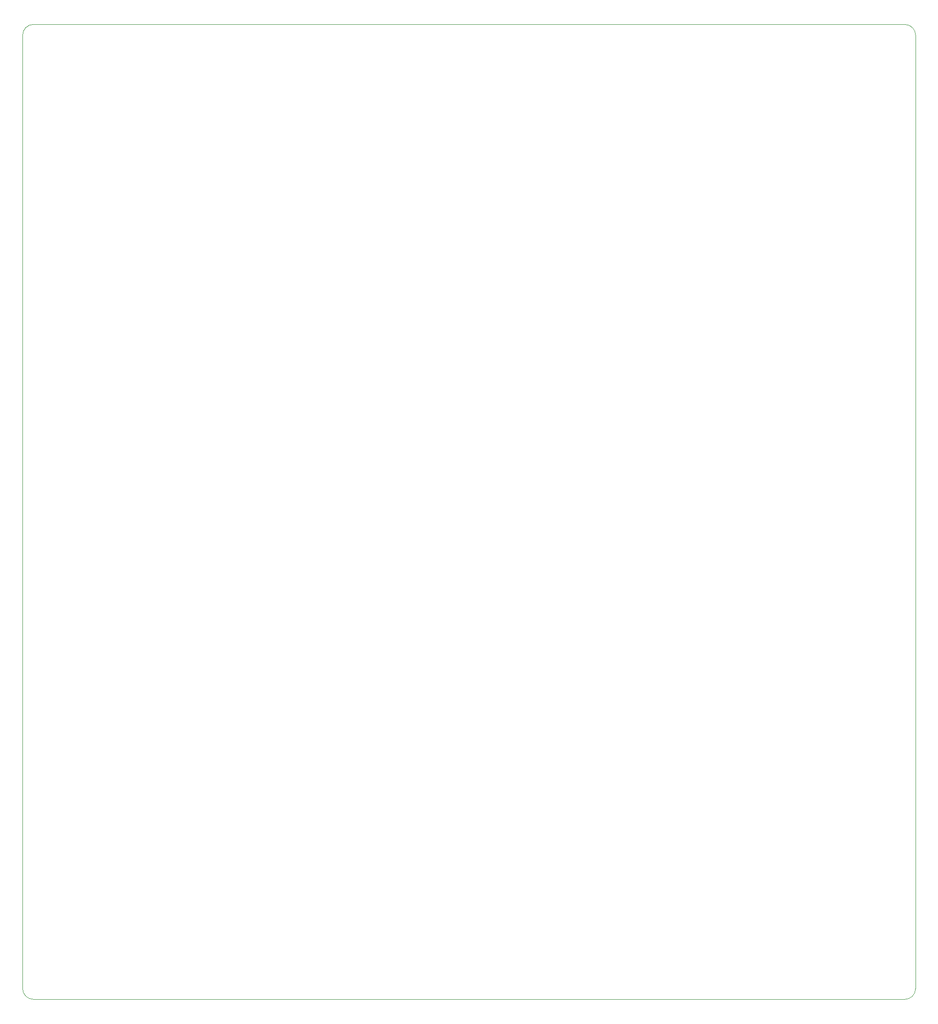
<source format=gbr>
%TF.GenerationSoftware,KiCad,Pcbnew,8.0.5*%
%TF.CreationDate,2025-02-02T20:21:02+01:00*%
%TF.ProjectId,FT25_PDU,46543235-5f50-4445-952e-6b696361645f,V1.2*%
%TF.SameCoordinates,Original*%
%TF.FileFunction,Profile,NP*%
%FSLAX46Y46*%
G04 Gerber Fmt 4.6, Leading zero omitted, Abs format (unit mm)*
G04 Created by KiCad (PCBNEW 8.0.5) date 2025-02-02 20:21:02*
%MOMM*%
%LPD*%
G01*
G04 APERTURE LIST*
%TA.AperFunction,Profile*%
%ADD10C,0.100000*%
%TD*%
G04 APERTURE END LIST*
D10*
X114000000Y-234000000D02*
G75*
G02*
X112000000Y-232000000I0J2000000D01*
G01*
X277000000Y-232000000D02*
X277000000Y-56000000D01*
X112000000Y-56000000D02*
G75*
G02*
X114000000Y-54000000I2000000J0D01*
G01*
X112000000Y-56000000D02*
X112000000Y-232000000D01*
X277000000Y-232000000D02*
G75*
G02*
X275000000Y-234000000I-2000000J0D01*
G01*
X114000000Y-234000000D02*
X275000000Y-234000000D01*
X275000000Y-54000000D02*
G75*
G02*
X277000000Y-56000000I0J-2000000D01*
G01*
X275000000Y-54000000D02*
X114000000Y-54000000D01*
M02*

</source>
